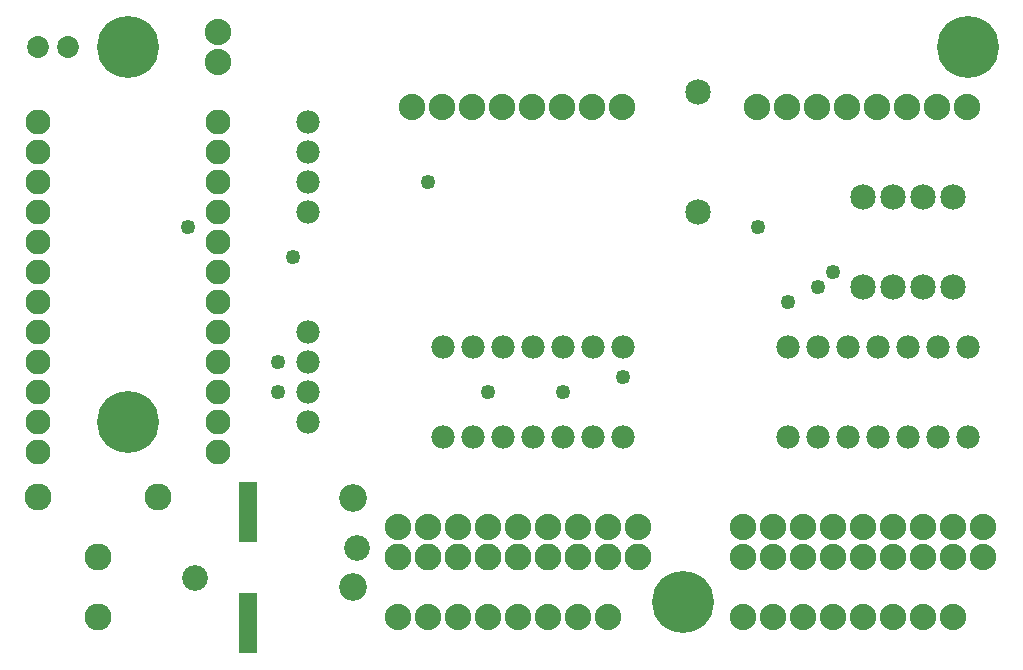
<source format=gts>
G04 MADE WITH FRITZING*
G04 WWW.FRITZING.ORG*
G04 DOUBLE SIDED*
G04 HOLES PLATED*
G04 CONTOUR ON CENTER OF CONTOUR VECTOR*
%ASAXBY*%
%FSLAX23Y23*%
%MOIN*%
%OFA0B0*%
%SFA1.0B1.0*%
%ADD10C,0.085000*%
%ADD11C,0.090000*%
%ADD12C,0.049370*%
%ADD13C,0.085433*%
%ADD14C,0.088000*%
%ADD15C,0.082892*%
%ADD16C,0.077559*%
%ADD17C,0.206851*%
%ADD18C,0.092000*%
%ADD19C,0.089370*%
%ADD20C,0.072992*%
%ADD21C,0.030000*%
%ADD22C,0.010000*%
%ADD23C,0.025748*%
%LNMASK1*%
G90*
G70*
G54D10*
X2836Y1263D03*
X2836Y1563D03*
X2936Y1263D03*
X2936Y1563D03*
X3036Y1263D03*
X3036Y1563D03*
X3136Y1263D03*
X3136Y1563D03*
G54D11*
X286Y163D03*
X286Y363D03*
G54D12*
X2036Y962D03*
X1836Y913D03*
X1586Y913D03*
X2586Y1213D03*
X2736Y1313D03*
X2688Y1262D03*
X2486Y1463D03*
X1386Y1613D03*
X886Y1013D03*
X886Y913D03*
X586Y1463D03*
X936Y1363D03*
G54D13*
X1150Y395D03*
X610Y295D03*
G54D14*
X686Y2013D03*
X686Y2113D03*
G54D15*
X86Y1813D03*
X86Y1713D03*
X86Y1613D03*
X86Y1513D03*
X86Y1413D03*
X686Y913D03*
X686Y1013D03*
X686Y1113D03*
X86Y1313D03*
X86Y813D03*
X86Y713D03*
X86Y1213D03*
X86Y1113D03*
X86Y1013D03*
X86Y913D03*
X686Y713D03*
X686Y813D03*
X686Y1713D03*
X686Y1613D03*
X686Y1513D03*
X686Y1413D03*
X686Y1313D03*
X686Y1213D03*
X686Y1813D03*
G54D16*
X1436Y763D03*
X1436Y1063D03*
X1536Y763D03*
X1536Y1063D03*
X1636Y763D03*
X1636Y1063D03*
X1736Y763D03*
X1736Y1063D03*
X1836Y763D03*
X1836Y1063D03*
X1936Y763D03*
X1936Y1063D03*
X2036Y763D03*
X2036Y1063D03*
X2586Y763D03*
X2586Y1063D03*
X2686Y763D03*
X2686Y1063D03*
X2786Y763D03*
X2786Y1063D03*
X2886Y763D03*
X2886Y1063D03*
X2986Y763D03*
X2986Y1063D03*
X3086Y763D03*
X3086Y1063D03*
X3186Y763D03*
X3186Y1063D03*
G54D17*
X3186Y2063D03*
X2236Y213D03*
X386Y813D03*
X386Y2063D03*
G54D14*
X3136Y163D03*
X3036Y163D03*
X2936Y163D03*
X2836Y163D03*
X2736Y163D03*
X2636Y163D03*
X2536Y163D03*
X2436Y163D03*
X1986Y163D03*
X1886Y163D03*
X1786Y163D03*
X1686Y163D03*
X1586Y163D03*
X1486Y163D03*
X1386Y163D03*
X1286Y163D03*
G54D16*
X986Y1113D03*
X986Y1013D03*
X986Y913D03*
X986Y813D03*
X986Y1813D03*
X986Y1713D03*
X986Y1613D03*
X986Y1513D03*
G54D18*
X1136Y263D03*
X1136Y561D03*
G54D11*
X86Y563D03*
X486Y563D03*
G54D14*
X2034Y1863D03*
X1934Y1863D03*
X1834Y1863D03*
X1734Y1863D03*
X1634Y1863D03*
X1534Y1863D03*
X1434Y1863D03*
X1334Y1863D03*
X3184Y1863D03*
X3084Y1863D03*
X2984Y1863D03*
X2884Y1863D03*
X2784Y1863D03*
X2684Y1863D03*
X2584Y1863D03*
X2484Y1863D03*
G54D19*
X2086Y363D03*
X1986Y363D03*
X1886Y363D03*
X1786Y363D03*
X1686Y363D03*
X1586Y363D03*
X1486Y363D03*
X1386Y363D03*
X1286Y363D03*
G54D14*
X2086Y463D03*
X1986Y463D03*
X1886Y463D03*
X1786Y463D03*
X1686Y463D03*
X1586Y463D03*
X1486Y463D03*
X1386Y463D03*
X1286Y463D03*
X3236Y363D03*
X3136Y363D03*
X3036Y363D03*
X2936Y363D03*
X2836Y363D03*
X2736Y363D03*
X2636Y363D03*
X2536Y363D03*
X2436Y363D03*
X3236Y463D03*
X3136Y463D03*
X3036Y463D03*
X2936Y463D03*
X2836Y463D03*
X2736Y463D03*
X2636Y463D03*
X2536Y463D03*
X2436Y463D03*
G54D10*
X2286Y1913D03*
X2286Y1513D03*
G54D20*
X185Y2063D03*
X86Y2063D03*
G54D21*
G36*
X2809Y1291D02*
X2864Y1291D01*
X2864Y1236D01*
X2809Y1236D01*
X2809Y1291D01*
G37*
D02*
G36*
X256Y133D02*
X256Y193D01*
X316Y193D01*
X316Y133D01*
X256Y133D01*
G37*
D02*
G36*
X1412Y787D02*
X1460Y787D01*
X1460Y740D01*
X1412Y740D01*
X1412Y787D01*
G37*
D02*
G36*
X2562Y787D02*
X2610Y787D01*
X2610Y740D01*
X2562Y740D01*
X2562Y787D01*
G37*
D02*
G36*
X1105Y293D02*
X1167Y293D01*
X1167Y231D01*
X1105Y231D01*
X1105Y293D01*
G37*
D02*
G54D22*
G36*
X755Y242D02*
X818Y242D01*
X818Y45D01*
X755Y45D01*
X755Y242D01*
G37*
D02*
G36*
X755Y612D02*
X818Y612D01*
X818Y415D01*
X755Y415D01*
X755Y612D01*
G37*
D02*
G54D23*
G36*
X161Y2087D02*
X208Y2087D01*
X208Y2040D01*
X161Y2040D01*
X161Y2087D01*
G37*
D02*
G04 End of Mask1*
M02*
</source>
